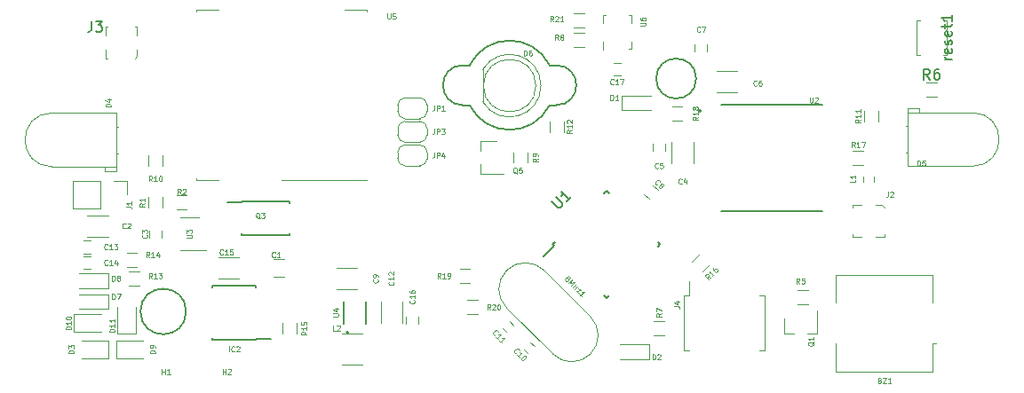
<source format=gto>
G04 #@! TF.GenerationSoftware,KiCad,Pcbnew,(5.0.1-3-g963ef8bb5)*
G04 #@! TF.CreationDate,2020-05-04T17:29:04+02:00*
G04 #@! TF.ProjectId,trackix,747261636B69782E6B696361645F7063,rev?*
G04 #@! TF.SameCoordinates,Original*
G04 #@! TF.FileFunction,Legend,Top*
G04 #@! TF.FilePolarity,Positive*
%FSLAX46Y46*%
G04 Gerber Fmt 4.6, Leading zero omitted, Abs format (unit mm)*
G04 Created by KiCad (PCBNEW (5.0.1-3-g963ef8bb5)) date 2020 May 04, Monday 17:29:04*
%MOMM*%
%LPD*%
G01*
G04 APERTURE LIST*
%ADD10C,0.200000*%
%ADD11C,0.150000*%
%ADD12C,0.120000*%
%ADD13C,0.100000*%
%ADD14C,0.127000*%
%ADD15C,0.125000*%
G04 APERTURE END LIST*
D10*
X73425575Y-64650000D02*
G75*
G03X73425575Y-64650000I-2175575J0D01*
G01*
X108077000Y-44958000D02*
X108712000Y-44958000D01*
X108077000Y-41148000D02*
X108712000Y-41148000D01*
X99822000Y-41148000D02*
X100457000Y-41148000D01*
X99822000Y-44958000D02*
X100457000Y-44958000D01*
X122047000Y-42418000D02*
G75*
G03X122047000Y-42418000I-1905000J0D01*
G01*
X108076998Y-44958000D02*
G75*
G02X100457001Y-44957999I-3809998J1905000D01*
G01*
X100457002Y-41148000D02*
G75*
G02X108076999Y-41148001I3809998J-1905000D01*
G01*
X108712000Y-41148000D02*
G75*
G02X108712000Y-44958000I0J-1905000D01*
G01*
X99822000Y-44958000D02*
G75*
G02X99822000Y-41148000I0J1905000D01*
G01*
D11*
G04 #@! TO.C,U1*
X108532575Y-58409099D02*
X107524948Y-59416726D01*
X113500000Y-53123476D02*
X113270190Y-53353286D01*
X118626524Y-58250000D02*
X118396714Y-58479810D01*
X113500000Y-63376524D02*
X113729810Y-63146714D01*
X108373476Y-58250000D02*
X108603286Y-58020190D01*
X113500000Y-63376524D02*
X113270190Y-63146714D01*
X118626524Y-58250000D02*
X118396714Y-58020190D01*
X113500000Y-53123476D02*
X113729810Y-53353286D01*
X108373476Y-58250000D02*
X108532575Y-58409099D01*
D12*
G04 #@! TO.C,D4*
X66920000Y-49540000D02*
X66920000Y-49540000D01*
X66790000Y-49540000D02*
X66920000Y-49540000D01*
X66790000Y-49540000D02*
X66790000Y-49540000D01*
X66920000Y-49540000D02*
X66790000Y-49540000D01*
X66920000Y-47000000D02*
X66920000Y-47000000D01*
X66790000Y-47000000D02*
X66920000Y-47000000D01*
X66790000Y-47000000D02*
X66790000Y-47000000D01*
X66920000Y-47000000D02*
X66790000Y-47000000D01*
X66790000Y-50830000D02*
X66790000Y-51230000D01*
X65670000Y-50830000D02*
X66790000Y-50830000D01*
X65670000Y-51230000D02*
X65670000Y-50830000D01*
X66790000Y-51230000D02*
X65670000Y-51230000D01*
X66790000Y-45710000D02*
X66790000Y-50830000D01*
X66790000Y-50830000D02*
X60630000Y-50830000D01*
X66790000Y-45710000D02*
X60630000Y-45710000D01*
X60630000Y-50830000D02*
G75*
G02X60630000Y-45710000I0J2560000D01*
G01*
G04 #@! TO.C,D5*
X148370000Y-45670000D02*
G75*
G02X148370000Y-50790000I0J-2560000D01*
G01*
X142210000Y-50790000D02*
X148370000Y-50790000D01*
X142210000Y-45670000D02*
X148370000Y-45670000D01*
X142210000Y-50790000D02*
X142210000Y-45670000D01*
X142210000Y-45270000D02*
X143330000Y-45270000D01*
X143330000Y-45270000D02*
X143330000Y-45670000D01*
X143330000Y-45670000D02*
X142210000Y-45670000D01*
X142210000Y-45670000D02*
X142210000Y-45270000D01*
X142080000Y-49500000D02*
X142210000Y-49500000D01*
X142210000Y-49500000D02*
X142210000Y-49500000D01*
X142210000Y-49500000D02*
X142080000Y-49500000D01*
X142080000Y-49500000D02*
X142080000Y-49500000D01*
X142080000Y-46960000D02*
X142210000Y-46960000D01*
X142210000Y-46960000D02*
X142210000Y-46960000D01*
X142210000Y-46960000D02*
X142080000Y-46960000D01*
X142080000Y-46960000D02*
X142080000Y-46960000D01*
G04 #@! TO.C,D6*
X101710000Y-41551001D02*
X101710000Y-44641001D01*
X106770000Y-43096001D02*
G75*
G03X106770000Y-43096001I-2500000J0D01*
G01*
X107260000Y-43095539D02*
G75*
G02X101710000Y-44640831I-2990000J-462D01*
G01*
X107260000Y-43096463D02*
G75*
G03X101710000Y-41551171I-2990000J462D01*
G01*
G04 #@! TO.C,J3*
X68750000Y-39700000D02*
X68750000Y-40300000D01*
X68750000Y-40300000D02*
X68550000Y-40500000D01*
X68550000Y-37500000D02*
X68750000Y-37500000D01*
X68750000Y-37500000D02*
X68750000Y-38300000D01*
X65750000Y-38300000D02*
X65750000Y-37500000D01*
X65750000Y-37500000D02*
X65950000Y-37500000D01*
X65950000Y-40500000D02*
X65750000Y-40500000D01*
X65750000Y-40500000D02*
X65750000Y-39700000D01*
D13*
G04 #@! TO.C,U5*
X74380000Y-52120000D02*
X74380000Y-51950000D01*
X76500000Y-52120000D02*
X74380000Y-52120000D01*
X90620000Y-35880000D02*
X90620000Y-36050000D01*
X90620000Y-35880000D02*
X88500000Y-35880000D01*
X74380000Y-35880000D02*
X74380000Y-36050000D01*
X76500000Y-35880000D02*
X74380000Y-35880000D01*
X90620000Y-52120000D02*
X82500000Y-52120000D01*
D12*
G04 #@! TO.C,BZ1*
X144610000Y-67710000D02*
X144610000Y-70360000D01*
X144610000Y-70360000D02*
X135390000Y-70360000D01*
X135390000Y-70360000D02*
X135390000Y-67710000D01*
X135390000Y-63790000D02*
X135390000Y-61140000D01*
X135390000Y-61140000D02*
X144610000Y-61140000D01*
X144610000Y-61140000D02*
X144610000Y-63790000D01*
X144610000Y-67710000D02*
X144940000Y-67710000D01*
G04 #@! TO.C,C1*
X81750000Y-61350000D02*
X82750000Y-61350000D01*
X82750000Y-59650000D02*
X81750000Y-59650000D01*
G04 #@! TO.C,C2*
X64000000Y-57520000D02*
X66000000Y-57520000D01*
X66000000Y-55480000D02*
X64000000Y-55480000D01*
G04 #@! TO.C,C3*
X69900000Y-57600000D02*
X69900000Y-56900000D01*
X71100000Y-56900000D02*
X71100000Y-57600000D01*
G04 #@! TO.C,C4*
X119730000Y-48500000D02*
X119730000Y-50500000D01*
X121770000Y-50500000D02*
X121770000Y-48500000D01*
G04 #@! TO.C,C5*
X117900000Y-49350000D02*
X117900000Y-48650000D01*
X119100000Y-48650000D02*
X119100000Y-49350000D01*
G04 #@! TO.C,C6*
X124000000Y-43770000D02*
X126000000Y-43770000D01*
X126000000Y-41730000D02*
X124000000Y-41730000D01*
G04 #@! TO.C,C7*
X123100000Y-39150000D02*
X123100000Y-39850000D01*
X121900000Y-39850000D02*
X121900000Y-39150000D01*
G04 #@! TO.C,C8*
X117926777Y-52578249D02*
X118421751Y-53073223D01*
X117573223Y-53921751D02*
X117078249Y-53426777D01*
G04 #@! TO.C,C9*
X89750000Y-60480000D02*
X87750000Y-60480000D01*
X87750000Y-62520000D02*
X89750000Y-62520000D01*
G04 #@! TO.C,C10*
X105601974Y-68266654D02*
X105955528Y-68620208D01*
X106620208Y-67955528D02*
X106266654Y-67601974D01*
G04 #@! TO.C,C11*
X103601974Y-66266654D02*
X103955528Y-66620208D01*
X104620208Y-65955528D02*
X104266654Y-65601974D01*
G04 #@! TO.C,C12*
X91980000Y-63750000D02*
X91980000Y-65750000D01*
X94020000Y-65750000D02*
X94020000Y-63750000D01*
G04 #@! TO.C,C13*
X63650000Y-57900000D02*
X64350000Y-57900000D01*
X64350000Y-59100000D02*
X63650000Y-59100000D01*
G04 #@! TO.C,C14*
X64350000Y-60600000D02*
X63650000Y-60600000D01*
X63650000Y-59400000D02*
X64350000Y-59400000D01*
G04 #@! TO.C,C15*
X76500000Y-61520000D02*
X78500000Y-61520000D01*
X78500000Y-59480000D02*
X76500000Y-59480000D01*
G04 #@! TO.C,C16*
X95600000Y-65150000D02*
X95600000Y-65850000D01*
X94400000Y-65850000D02*
X94400000Y-65150000D01*
G04 #@! TO.C,C17*
X114150000Y-40900000D02*
X114850000Y-40900000D01*
X114850000Y-42100000D02*
X114150000Y-42100000D01*
G04 #@! TO.C,D1*
X114950000Y-44050000D02*
X114950000Y-45450000D01*
X114950000Y-45450000D02*
X117750000Y-45450000D01*
X114950000Y-44050000D02*
X117750000Y-44050000D01*
G04 #@! TO.C,D2*
X117550000Y-69200000D02*
X114750000Y-69200000D01*
X117550000Y-67800000D02*
X114750000Y-67800000D01*
X117550000Y-69200000D02*
X117550000Y-67800000D01*
G04 #@! TO.C,D3*
X66000000Y-69100000D02*
X63450000Y-69100000D01*
X66000000Y-67400000D02*
X63450000Y-67400000D01*
X66000000Y-69100000D02*
X66000000Y-67400000D01*
G04 #@! TO.C,D7*
X66026464Y-64427980D02*
X66026464Y-63027980D01*
X66026464Y-63027980D02*
X63226464Y-63027980D01*
X66026464Y-64427980D02*
X63226464Y-64427980D01*
G04 #@! TO.C,D8*
X66026464Y-62427980D02*
X63226464Y-62427980D01*
X66026464Y-61027980D02*
X63226464Y-61027980D01*
X66026464Y-62427980D02*
X66026464Y-61027980D01*
G04 #@! TO.C,D9*
X66750000Y-67400000D02*
X66750000Y-69100000D01*
X66750000Y-69100000D02*
X69300000Y-69100000D01*
X66750000Y-67400000D02*
X69300000Y-67400000D01*
G04 #@! TO.C,D10*
X62750000Y-64900000D02*
X65300000Y-64900000D01*
X62750000Y-66600000D02*
X65300000Y-66600000D01*
X62750000Y-64900000D02*
X62750000Y-66600000D01*
G04 #@! TO.C,D11*
X66900000Y-66775000D02*
X68600000Y-66775000D01*
X68600000Y-66775000D02*
X68600000Y-64225000D01*
X66900000Y-66775000D02*
X66900000Y-64225000D01*
D11*
G04 #@! TO.C,IC2*
X80075000Y-67275000D02*
X81475000Y-67275000D01*
X80075000Y-62175000D02*
X75925000Y-62175000D01*
X80075000Y-67325000D02*
X75925000Y-67325000D01*
X80075000Y-62175000D02*
X80075000Y-62320000D01*
X75925000Y-62175000D02*
X75925000Y-62320000D01*
X75925000Y-67325000D02*
X75925000Y-67180000D01*
X80075000Y-67325000D02*
X80075000Y-67275000D01*
D12*
G04 #@! TO.C,J2*
X140000000Y-57500000D02*
X139200000Y-57500000D01*
X140000000Y-57300000D02*
X140000000Y-57500000D01*
X137000000Y-57500000D02*
X137000000Y-57300000D01*
X137800000Y-57500000D02*
X137000000Y-57500000D01*
X137000000Y-54500000D02*
X137800000Y-54500000D01*
X137000000Y-54700000D02*
X137000000Y-54500000D01*
X139800000Y-54500000D02*
X140000000Y-54700000D01*
X139200000Y-54500000D02*
X139800000Y-54500000D01*
G04 #@! TO.C,J4*
X121410000Y-61730000D02*
X121410000Y-63150000D01*
X128620000Y-63150000D02*
X128090000Y-63150000D01*
X128620000Y-68350000D02*
X128620000Y-63150000D01*
X128090000Y-68350000D02*
X128620000Y-68350000D01*
X120880000Y-63150000D02*
X121410000Y-63150000D01*
X120880000Y-68350000D02*
X120880000Y-63150000D01*
X121410000Y-68350000D02*
X120880000Y-68350000D01*
G04 #@! TO.C,L1*
X137970000Y-51750000D02*
X137970000Y-52250000D01*
X139030000Y-52250000D02*
X139030000Y-51750000D01*
G04 #@! TO.C,L2*
X88250000Y-66770000D02*
X90250000Y-66770000D01*
X90250000Y-69730000D02*
X88250000Y-69730000D01*
G04 #@! TO.C,Q1*
X130420000Y-66760000D02*
X131350000Y-66760000D01*
X133580000Y-66760000D02*
X132650000Y-66760000D01*
X133580000Y-66760000D02*
X133580000Y-64600000D01*
X130420000Y-66760000D02*
X130420000Y-65300000D01*
D11*
G04 #@! TO.C,Q3*
X78675000Y-54225000D02*
X77325000Y-54225000D01*
X78675000Y-57375000D02*
X83325000Y-57375000D01*
X78675000Y-54125000D02*
X83325000Y-54125000D01*
X78675000Y-57375000D02*
X78675000Y-57175000D01*
X83325000Y-57375000D02*
X83325000Y-57175000D01*
X83325000Y-54125000D02*
X83325000Y-54325000D01*
X78675000Y-54125000D02*
X78675000Y-54225000D01*
D12*
G04 #@! TO.C,Q5*
X101529926Y-48375010D02*
X102989926Y-48375010D01*
X101529926Y-51535010D02*
X103689926Y-51535010D01*
X101529926Y-51535010D02*
X101529926Y-50605010D01*
X101529926Y-48375010D02*
X101529926Y-49305010D01*
G04 #@! TO.C,R1*
X71180000Y-53750000D02*
X71180000Y-54750000D01*
X69820000Y-54750000D02*
X69820000Y-53750000D01*
G04 #@! TO.C,R2*
X72500000Y-53570000D02*
X73500000Y-53570000D01*
X73500000Y-54930000D02*
X72500000Y-54930000D01*
G04 #@! TO.C,R5*
X131750000Y-62570000D02*
X132750000Y-62570000D01*
X132750000Y-63930000D02*
X131750000Y-63930000D01*
G04 #@! TO.C,R6*
X144000000Y-42820000D02*
X145000000Y-42820000D01*
X145000000Y-44180000D02*
X144000000Y-44180000D01*
G04 #@! TO.C,R7*
X119000000Y-66930000D02*
X118000000Y-66930000D01*
X118000000Y-65570000D02*
X119000000Y-65570000D01*
G04 #@! TO.C,R8*
X110380182Y-38054873D02*
X111380182Y-38054873D01*
X111380182Y-39414873D02*
X110380182Y-39414873D01*
G04 #@! TO.C,R9*
X105969926Y-49455010D02*
X105969926Y-50455010D01*
X104609926Y-50455010D02*
X104609926Y-49455010D01*
G04 #@! TO.C,R10*
X71180000Y-49750000D02*
X71180000Y-50750000D01*
X69820000Y-50750000D02*
X69820000Y-49750000D01*
G04 #@! TO.C,R11*
X139430000Y-45500000D02*
X139430000Y-46500000D01*
X138070000Y-46500000D02*
X138070000Y-45500000D01*
G04 #@! TO.C,R12*
X109430000Y-46500000D02*
X109430000Y-47500000D01*
X108070000Y-47500000D02*
X108070000Y-46500000D01*
G04 #@! TO.C,R13*
X69000000Y-62180000D02*
X68000000Y-62180000D01*
X68000000Y-60820000D02*
X69000000Y-60820000D01*
G04 #@! TO.C,R14*
X68750000Y-60430000D02*
X67750000Y-60430000D01*
X67750000Y-59070000D02*
X68750000Y-59070000D01*
G04 #@! TO.C,R15*
X83930000Y-65750000D02*
X83930000Y-66750000D01*
X82570000Y-66750000D02*
X82570000Y-65750000D01*
G04 #@! TO.C,R16*
X123334386Y-60127279D02*
X122627279Y-60834386D01*
X121665614Y-59872721D02*
X122372721Y-59165614D01*
G04 #@! TO.C,R17*
X138000000Y-50680000D02*
X137000000Y-50680000D01*
X137000000Y-49320000D02*
X138000000Y-49320000D01*
G04 #@! TO.C,R18*
X120750000Y-46430000D02*
X119750000Y-46430000D01*
X119750000Y-45070000D02*
X120750000Y-45070000D01*
G04 #@! TO.C,R19*
X99500000Y-60570000D02*
X100500000Y-60570000D01*
X100500000Y-61930000D02*
X99500000Y-61930000D01*
G04 #@! TO.C,R20*
X100250000Y-63570000D02*
X101250000Y-63570000D01*
X101250000Y-64930000D02*
X100250000Y-64930000D01*
G04 #@! TO.C,R21*
X111380182Y-37563606D02*
X110380182Y-37563606D01*
X110380182Y-36203606D02*
X111380182Y-36203606D01*
G04 #@! TO.C,reset1*
X145900000Y-40150000D02*
X145600000Y-40150000D01*
X145900000Y-36850000D02*
X145900000Y-40150000D01*
X145600000Y-36850000D02*
X145900000Y-36850000D01*
X143100000Y-40150000D02*
X143400000Y-40150000D01*
X143100000Y-36850000D02*
X143100000Y-40150000D01*
X143400000Y-36850000D02*
X143100000Y-36850000D01*
D10*
G04 #@! TO.C,U2*
X122500000Y-45500000D02*
G75*
G03X122500000Y-45500000I-100000J0D01*
G01*
D14*
X134100000Y-44936500D02*
X124400000Y-44936500D01*
X124400000Y-55063500D02*
X134100000Y-55063500D01*
D12*
G04 #@! TO.C,U3*
X72870000Y-58760000D02*
X75300000Y-58760000D01*
X74630000Y-55690000D02*
X72870000Y-55690000D01*
D14*
G04 #@! TO.C,U4*
X88450000Y-65800000D02*
X88450000Y-63700000D01*
X90550000Y-63700000D02*
X90550000Y-65800000D01*
D10*
X88900000Y-66650000D02*
G75*
G03X88900000Y-66650000I-100000J0D01*
G01*
D13*
G04 #@! TO.C,U6*
X113165302Y-36384873D02*
X113385302Y-36384873D01*
X113165302Y-37104873D02*
X113165302Y-36384873D01*
X115865302Y-36384873D02*
X115865302Y-37104873D01*
X115645302Y-36384873D02*
X115865302Y-36384873D01*
X115865302Y-39584873D02*
X115645302Y-39584873D01*
X115865302Y-39584873D02*
X115865302Y-38864873D01*
X113165302Y-39684873D02*
X113165302Y-38864873D01*
D12*
G04 #@! TO.C,J1*
X67830000Y-52170000D02*
X67830000Y-53500000D01*
X66500000Y-52170000D02*
X67830000Y-52170000D01*
X65230000Y-52170000D02*
X65230000Y-54830000D01*
X65230000Y-54830000D02*
X62630000Y-54830000D01*
X65230000Y-52170000D02*
X62630000Y-52170000D01*
X62630000Y-52170000D02*
X62630000Y-54830000D01*
G04 #@! TO.C,JP1*
X94300000Y-44250000D02*
X95700000Y-44250000D01*
X96400000Y-44950000D02*
X96400000Y-45550000D01*
X95700000Y-46250000D02*
X94300000Y-46250000D01*
X93600000Y-45550000D02*
X93600000Y-44950000D01*
X93600000Y-44950000D02*
G75*
G02X94300000Y-44250000I700000J0D01*
G01*
X94300000Y-46250000D02*
G75*
G02X93600000Y-45550000I0J700000D01*
G01*
X96400000Y-45550000D02*
G75*
G02X95700000Y-46250000I-700000J0D01*
G01*
X95700000Y-44250000D02*
G75*
G02X96400000Y-44950000I0J-700000D01*
G01*
G04 #@! TO.C,JP3*
X94300000Y-48500000D02*
G75*
G02X93600000Y-47800000I0J700000D01*
G01*
X93600000Y-47200000D02*
G75*
G02X94300000Y-46500000I700000J0D01*
G01*
X95700000Y-46500000D02*
G75*
G02X96400000Y-47200000I0J-700000D01*
G01*
X96400000Y-47800000D02*
G75*
G02X95700000Y-48500000I-700000J0D01*
G01*
X96400000Y-47200000D02*
X96400000Y-47800000D01*
X94300000Y-46500000D02*
X95700000Y-46500000D01*
X93600000Y-47800000D02*
X93600000Y-47200000D01*
X95700000Y-48500000D02*
X94300000Y-48500000D01*
G04 #@! TO.C,JP4*
X95700000Y-50750000D02*
X94300000Y-50750000D01*
X93600000Y-50050000D02*
X93600000Y-49450000D01*
X94300000Y-48750000D02*
X95700000Y-48750000D01*
X96400000Y-49450000D02*
X96400000Y-50050000D01*
X96400000Y-50050000D02*
G75*
G02X95700000Y-50750000I-700000J0D01*
G01*
X95700000Y-48750000D02*
G75*
G02X96400000Y-49450000I0J-700000D01*
G01*
X93600000Y-49450000D02*
G75*
G02X94300000Y-48750000I700000J0D01*
G01*
X94300000Y-50750000D02*
G75*
G02X93600000Y-50050000I0J700000D01*
G01*
G04 #@! TO.C,8MHz1*
X108399604Y-68720493D02*
G75*
G03X111970494Y-65149605I1785445J1785444D01*
G01*
X103980188Y-64301077D02*
G75*
G02X107551076Y-60730187I1785444J1785445D01*
G01*
X103980187Y-64301076D02*
X108399605Y-68720494D01*
X107551076Y-60730187D02*
X111970494Y-65149605D01*
G04 #@! TO.C,U1*
D11*
X108296030Y-54123526D02*
X108868450Y-54695946D01*
X108969465Y-54729618D01*
X109036809Y-54729618D01*
X109137824Y-54695946D01*
X109272511Y-54561259D01*
X109306183Y-54460244D01*
X109306183Y-54392900D01*
X109272511Y-54291885D01*
X108700091Y-53719465D01*
X110114305Y-53719465D02*
X109710244Y-54123526D01*
X109912274Y-53921496D02*
X109205168Y-53214389D01*
X109238839Y-53382748D01*
X109238839Y-53517435D01*
X109205168Y-53618450D01*
G04 #@! TO.C,D4*
D15*
X66226190Y-45119047D02*
X65726190Y-45119047D01*
X65726190Y-45000000D01*
X65750000Y-44928571D01*
X65797619Y-44880952D01*
X65845238Y-44857142D01*
X65940476Y-44833333D01*
X66011904Y-44833333D01*
X66107142Y-44857142D01*
X66154761Y-44880952D01*
X66202380Y-44928571D01*
X66226190Y-45000000D01*
X66226190Y-45119047D01*
X65892857Y-44404761D02*
X66226190Y-44404761D01*
X65702380Y-44523809D02*
X66059523Y-44642857D01*
X66059523Y-44333333D01*
G04 #@! TO.C,D5*
X143130952Y-50726190D02*
X143130952Y-50226190D01*
X143250000Y-50226190D01*
X143321428Y-50250000D01*
X143369047Y-50297619D01*
X143392857Y-50345238D01*
X143416666Y-50440476D01*
X143416666Y-50511904D01*
X143392857Y-50607142D01*
X143369047Y-50654761D01*
X143321428Y-50702380D01*
X143250000Y-50726190D01*
X143130952Y-50726190D01*
X143869047Y-50226190D02*
X143630952Y-50226190D01*
X143607142Y-50464285D01*
X143630952Y-50440476D01*
X143678571Y-50416666D01*
X143797619Y-50416666D01*
X143845238Y-50440476D01*
X143869047Y-50464285D01*
X143892857Y-50511904D01*
X143892857Y-50630952D01*
X143869047Y-50678571D01*
X143845238Y-50702380D01*
X143797619Y-50726190D01*
X143678571Y-50726190D01*
X143630952Y-50702380D01*
X143607142Y-50678571D01*
G04 #@! TO.C,D6*
X105630952Y-40226190D02*
X105630952Y-39726190D01*
X105750000Y-39726190D01*
X105821428Y-39750000D01*
X105869047Y-39797619D01*
X105892857Y-39845238D01*
X105916666Y-39940476D01*
X105916666Y-40011904D01*
X105892857Y-40107142D01*
X105869047Y-40154761D01*
X105821428Y-40202380D01*
X105750000Y-40226190D01*
X105630952Y-40226190D01*
X106345238Y-39726190D02*
X106250000Y-39726190D01*
X106202380Y-39750000D01*
X106178571Y-39773809D01*
X106130952Y-39845238D01*
X106107142Y-39940476D01*
X106107142Y-40130952D01*
X106130952Y-40178571D01*
X106154761Y-40202380D01*
X106202380Y-40226190D01*
X106297619Y-40226190D01*
X106345238Y-40202380D01*
X106369047Y-40178571D01*
X106392857Y-40130952D01*
X106392857Y-40011904D01*
X106369047Y-39964285D01*
X106345238Y-39940476D01*
X106297619Y-39916666D01*
X106202380Y-39916666D01*
X106154761Y-39940476D01*
X106130952Y-39964285D01*
X106107142Y-40011904D01*
G04 #@! TO.C,J3*
D11*
X64416666Y-36952380D02*
X64416666Y-37666666D01*
X64369047Y-37809523D01*
X64273809Y-37904761D01*
X64130952Y-37952380D01*
X64035714Y-37952380D01*
X64797619Y-36952380D02*
X65416666Y-36952380D01*
X65083333Y-37333333D01*
X65226190Y-37333333D01*
X65321428Y-37380952D01*
X65369047Y-37428571D01*
X65416666Y-37523809D01*
X65416666Y-37761904D01*
X65369047Y-37857142D01*
X65321428Y-37904761D01*
X65226190Y-37952380D01*
X64940476Y-37952380D01*
X64845238Y-37904761D01*
X64797619Y-37857142D01*
G04 #@! TO.C,U5*
D15*
X92619047Y-36226190D02*
X92619047Y-36630952D01*
X92642857Y-36678571D01*
X92666666Y-36702380D01*
X92714285Y-36726190D01*
X92809523Y-36726190D01*
X92857142Y-36702380D01*
X92880952Y-36678571D01*
X92904761Y-36630952D01*
X92904761Y-36226190D01*
X93380952Y-36226190D02*
X93142857Y-36226190D01*
X93119047Y-36464285D01*
X93142857Y-36440476D01*
X93190476Y-36416666D01*
X93309523Y-36416666D01*
X93357142Y-36440476D01*
X93380952Y-36464285D01*
X93404761Y-36511904D01*
X93404761Y-36630952D01*
X93380952Y-36678571D01*
X93357142Y-36702380D01*
X93309523Y-36726190D01*
X93190476Y-36726190D01*
X93142857Y-36702380D01*
X93119047Y-36678571D01*
G04 #@! TO.C,H1*
X71119047Y-70626190D02*
X71119047Y-70126190D01*
X71119047Y-70364285D02*
X71404761Y-70364285D01*
X71404761Y-70626190D02*
X71404761Y-70126190D01*
X71904761Y-70626190D02*
X71619047Y-70626190D01*
X71761904Y-70626190D02*
X71761904Y-70126190D01*
X71714285Y-70197619D01*
X71666666Y-70245238D01*
X71619047Y-70269047D01*
G04 #@! TO.C,H2*
X76919047Y-70626190D02*
X76919047Y-70126190D01*
X76919047Y-70364285D02*
X77204761Y-70364285D01*
X77204761Y-70626190D02*
X77204761Y-70126190D01*
X77419047Y-70173809D02*
X77442857Y-70150000D01*
X77490476Y-70126190D01*
X77609523Y-70126190D01*
X77657142Y-70150000D01*
X77680952Y-70173809D01*
X77704761Y-70221428D01*
X77704761Y-70269047D01*
X77680952Y-70340476D01*
X77395238Y-70626190D01*
X77704761Y-70626190D01*
G04 #@! TO.C,BZ1*
X139559523Y-71214285D02*
X139630952Y-71238095D01*
X139654761Y-71261904D01*
X139678571Y-71309523D01*
X139678571Y-71380952D01*
X139654761Y-71428571D01*
X139630952Y-71452380D01*
X139583333Y-71476190D01*
X139392857Y-71476190D01*
X139392857Y-70976190D01*
X139559523Y-70976190D01*
X139607142Y-71000000D01*
X139630952Y-71023809D01*
X139654761Y-71071428D01*
X139654761Y-71119047D01*
X139630952Y-71166666D01*
X139607142Y-71190476D01*
X139559523Y-71214285D01*
X139392857Y-71214285D01*
X139845238Y-70976190D02*
X140178571Y-70976190D01*
X139845238Y-71476190D01*
X140178571Y-71476190D01*
X140630952Y-71476190D02*
X140345238Y-71476190D01*
X140488095Y-71476190D02*
X140488095Y-70976190D01*
X140440476Y-71047619D01*
X140392857Y-71095238D01*
X140345238Y-71119047D01*
G04 #@! TO.C,C1*
X81916666Y-59428571D02*
X81892857Y-59452380D01*
X81821428Y-59476190D01*
X81773809Y-59476190D01*
X81702380Y-59452380D01*
X81654761Y-59404761D01*
X81630952Y-59357142D01*
X81607142Y-59261904D01*
X81607142Y-59190476D01*
X81630952Y-59095238D01*
X81654761Y-59047619D01*
X81702380Y-59000000D01*
X81773809Y-58976190D01*
X81821428Y-58976190D01*
X81892857Y-59000000D01*
X81916666Y-59023809D01*
X82392857Y-59476190D02*
X82107142Y-59476190D01*
X82250000Y-59476190D02*
X82250000Y-58976190D01*
X82202380Y-59047619D01*
X82154761Y-59095238D01*
X82107142Y-59119047D01*
G04 #@! TO.C,C2*
X67666666Y-56678571D02*
X67642857Y-56702380D01*
X67571428Y-56726190D01*
X67523809Y-56726190D01*
X67452380Y-56702380D01*
X67404761Y-56654761D01*
X67380952Y-56607142D01*
X67357142Y-56511904D01*
X67357142Y-56440476D01*
X67380952Y-56345238D01*
X67404761Y-56297619D01*
X67452380Y-56250000D01*
X67523809Y-56226190D01*
X67571428Y-56226190D01*
X67642857Y-56250000D01*
X67666666Y-56273809D01*
X67857142Y-56273809D02*
X67880952Y-56250000D01*
X67928571Y-56226190D01*
X68047619Y-56226190D01*
X68095238Y-56250000D01*
X68119047Y-56273809D01*
X68142857Y-56321428D01*
X68142857Y-56369047D01*
X68119047Y-56440476D01*
X67833333Y-56726190D01*
X68142857Y-56726190D01*
G04 #@! TO.C,C3*
X69678571Y-57333333D02*
X69702380Y-57357142D01*
X69726190Y-57428571D01*
X69726190Y-57476190D01*
X69702380Y-57547619D01*
X69654761Y-57595238D01*
X69607142Y-57619047D01*
X69511904Y-57642857D01*
X69440476Y-57642857D01*
X69345238Y-57619047D01*
X69297619Y-57595238D01*
X69250000Y-57547619D01*
X69226190Y-57476190D01*
X69226190Y-57428571D01*
X69250000Y-57357142D01*
X69273809Y-57333333D01*
X69226190Y-57166666D02*
X69226190Y-56857142D01*
X69416666Y-57023809D01*
X69416666Y-56952380D01*
X69440476Y-56904761D01*
X69464285Y-56880952D01*
X69511904Y-56857142D01*
X69630952Y-56857142D01*
X69678571Y-56880952D01*
X69702380Y-56904761D01*
X69726190Y-56952380D01*
X69726190Y-57095238D01*
X69702380Y-57142857D01*
X69678571Y-57166666D01*
G04 #@! TO.C,C4*
X120666666Y-52428571D02*
X120642857Y-52452380D01*
X120571428Y-52476190D01*
X120523809Y-52476190D01*
X120452380Y-52452380D01*
X120404761Y-52404761D01*
X120380952Y-52357142D01*
X120357142Y-52261904D01*
X120357142Y-52190476D01*
X120380952Y-52095238D01*
X120404761Y-52047619D01*
X120452380Y-52000000D01*
X120523809Y-51976190D01*
X120571428Y-51976190D01*
X120642857Y-52000000D01*
X120666666Y-52023809D01*
X121095238Y-52142857D02*
X121095238Y-52476190D01*
X120976190Y-51952380D02*
X120857142Y-52309523D01*
X121166666Y-52309523D01*
G04 #@! TO.C,C5*
X118416666Y-50928571D02*
X118392857Y-50952380D01*
X118321428Y-50976190D01*
X118273809Y-50976190D01*
X118202380Y-50952380D01*
X118154761Y-50904761D01*
X118130952Y-50857142D01*
X118107142Y-50761904D01*
X118107142Y-50690476D01*
X118130952Y-50595238D01*
X118154761Y-50547619D01*
X118202380Y-50500000D01*
X118273809Y-50476190D01*
X118321428Y-50476190D01*
X118392857Y-50500000D01*
X118416666Y-50523809D01*
X118869047Y-50476190D02*
X118630952Y-50476190D01*
X118607142Y-50714285D01*
X118630952Y-50690476D01*
X118678571Y-50666666D01*
X118797619Y-50666666D01*
X118845238Y-50690476D01*
X118869047Y-50714285D01*
X118892857Y-50761904D01*
X118892857Y-50880952D01*
X118869047Y-50928571D01*
X118845238Y-50952380D01*
X118797619Y-50976190D01*
X118678571Y-50976190D01*
X118630952Y-50952380D01*
X118607142Y-50928571D01*
G04 #@! TO.C,C6*
X127821665Y-43048570D02*
X127797856Y-43072379D01*
X127726427Y-43096189D01*
X127678808Y-43096189D01*
X127607379Y-43072379D01*
X127559760Y-43024760D01*
X127535951Y-42977141D01*
X127512141Y-42881903D01*
X127512141Y-42810475D01*
X127535951Y-42715237D01*
X127559760Y-42667618D01*
X127607379Y-42619999D01*
X127678808Y-42596189D01*
X127726427Y-42596189D01*
X127797856Y-42619999D01*
X127821665Y-42643808D01*
X128250237Y-42596189D02*
X128154999Y-42596189D01*
X128107379Y-42619999D01*
X128083570Y-42643808D01*
X128035951Y-42715237D01*
X128012141Y-42810475D01*
X128012141Y-43000951D01*
X128035951Y-43048570D01*
X128059760Y-43072379D01*
X128107379Y-43096189D01*
X128202618Y-43096189D01*
X128250237Y-43072379D01*
X128274046Y-43048570D01*
X128297856Y-43000951D01*
X128297856Y-42881903D01*
X128274046Y-42834284D01*
X128250237Y-42810475D01*
X128202618Y-42786665D01*
X128107379Y-42786665D01*
X128059760Y-42810475D01*
X128035951Y-42834284D01*
X128012141Y-42881903D01*
G04 #@! TO.C,C7*
X122416666Y-37928571D02*
X122392857Y-37952380D01*
X122321428Y-37976190D01*
X122273809Y-37976190D01*
X122202380Y-37952380D01*
X122154761Y-37904761D01*
X122130952Y-37857142D01*
X122107142Y-37761904D01*
X122107142Y-37690476D01*
X122130952Y-37595238D01*
X122154761Y-37547619D01*
X122202380Y-37500000D01*
X122273809Y-37476190D01*
X122321428Y-37476190D01*
X122392857Y-37500000D01*
X122416666Y-37523809D01*
X122583333Y-37476190D02*
X122916666Y-37476190D01*
X122702380Y-37976190D01*
G04 #@! TO.C,C8*
X118314805Y-52567343D02*
X118281133Y-52567343D01*
X118213790Y-52533671D01*
X118180118Y-52500000D01*
X118146446Y-52432656D01*
X118146446Y-52365312D01*
X118163282Y-52314805D01*
X118213790Y-52230625D01*
X118264297Y-52180118D01*
X118348477Y-52129610D01*
X118398984Y-52112774D01*
X118466328Y-52112774D01*
X118533671Y-52146446D01*
X118567343Y-52180118D01*
X118601015Y-52247461D01*
X118601015Y-52281133D01*
X118685194Y-52601015D02*
X118668358Y-52550507D01*
X118668358Y-52516835D01*
X118685194Y-52466328D01*
X118702030Y-52449492D01*
X118752538Y-52432656D01*
X118786209Y-52432656D01*
X118836717Y-52449492D01*
X118904061Y-52516835D01*
X118920896Y-52567343D01*
X118920896Y-52601015D01*
X118904061Y-52651522D01*
X118887225Y-52668358D01*
X118836717Y-52685194D01*
X118803045Y-52685194D01*
X118752538Y-52668358D01*
X118685194Y-52601015D01*
X118634687Y-52584179D01*
X118601015Y-52584179D01*
X118550507Y-52601015D01*
X118483164Y-52668358D01*
X118466328Y-52718866D01*
X118466328Y-52752538D01*
X118483164Y-52803045D01*
X118550507Y-52870389D01*
X118601015Y-52887225D01*
X118634687Y-52887225D01*
X118685194Y-52870389D01*
X118752538Y-52803045D01*
X118769374Y-52752538D01*
X118769374Y-52718866D01*
X118752538Y-52668358D01*
G04 #@! TO.C,C9*
X91678571Y-61583333D02*
X91702380Y-61607142D01*
X91726190Y-61678571D01*
X91726190Y-61726190D01*
X91702380Y-61797619D01*
X91654761Y-61845238D01*
X91607142Y-61869047D01*
X91511904Y-61892857D01*
X91440476Y-61892857D01*
X91345238Y-61869047D01*
X91297619Y-61845238D01*
X91250000Y-61797619D01*
X91226190Y-61726190D01*
X91226190Y-61678571D01*
X91250000Y-61607142D01*
X91273809Y-61583333D01*
X91726190Y-61345238D02*
X91726190Y-61250000D01*
X91702380Y-61202380D01*
X91678571Y-61178571D01*
X91607142Y-61130952D01*
X91511904Y-61107142D01*
X91321428Y-61107142D01*
X91273809Y-61130952D01*
X91250000Y-61154761D01*
X91226190Y-61202380D01*
X91226190Y-61297619D01*
X91250000Y-61345238D01*
X91273809Y-61369047D01*
X91321428Y-61392857D01*
X91440476Y-61392857D01*
X91488095Y-61369047D01*
X91511904Y-61345238D01*
X91535714Y-61297619D01*
X91535714Y-61202380D01*
X91511904Y-61154761D01*
X91488095Y-61130952D01*
X91440476Y-61107142D01*
G04 #@! TO.C,C10*
X104896446Y-68648984D02*
X104862774Y-68648984D01*
X104795431Y-68615312D01*
X104761759Y-68581641D01*
X104728087Y-68514297D01*
X104728087Y-68446954D01*
X104744923Y-68396446D01*
X104795431Y-68312267D01*
X104845938Y-68261759D01*
X104930118Y-68211251D01*
X104980625Y-68194416D01*
X105047969Y-68194416D01*
X105115312Y-68228087D01*
X105148984Y-68261759D01*
X105182656Y-68329103D01*
X105182656Y-68362774D01*
X105199492Y-69019374D02*
X104997461Y-68817343D01*
X105098477Y-68918358D02*
X105452030Y-68564805D01*
X105367851Y-68581641D01*
X105300507Y-68581641D01*
X105250000Y-68564805D01*
X105771912Y-68884687D02*
X105805583Y-68918358D01*
X105822419Y-68968866D01*
X105822419Y-69002538D01*
X105805583Y-69053045D01*
X105755076Y-69137225D01*
X105670896Y-69221404D01*
X105586717Y-69271912D01*
X105536209Y-69288748D01*
X105502538Y-69288748D01*
X105452030Y-69271912D01*
X105418358Y-69238240D01*
X105401522Y-69187732D01*
X105401522Y-69154061D01*
X105418358Y-69103553D01*
X105468866Y-69019374D01*
X105553045Y-68935194D01*
X105637225Y-68884687D01*
X105687732Y-68867851D01*
X105721404Y-68867851D01*
X105771912Y-68884687D01*
G04 #@! TO.C,C11*
X102859511Y-66908101D02*
X102825839Y-66908101D01*
X102758496Y-66874429D01*
X102724824Y-66840758D01*
X102691152Y-66773414D01*
X102691152Y-66706071D01*
X102707988Y-66655563D01*
X102758496Y-66571384D01*
X102809003Y-66520876D01*
X102893183Y-66470368D01*
X102943690Y-66453533D01*
X103011034Y-66453533D01*
X103078377Y-66487204D01*
X103112049Y-66520876D01*
X103145721Y-66588220D01*
X103145721Y-66621891D01*
X103162557Y-67278491D02*
X102960526Y-67076460D01*
X103061542Y-67177475D02*
X103415095Y-66823922D01*
X103330916Y-66840758D01*
X103263572Y-66840758D01*
X103213065Y-66823922D01*
X103499274Y-67615208D02*
X103297244Y-67413178D01*
X103398259Y-67514193D02*
X103751813Y-67160639D01*
X103667633Y-67177475D01*
X103600290Y-67177475D01*
X103549782Y-67160639D01*
G04 #@! TO.C,C12*
X93178571Y-61821428D02*
X93202380Y-61845238D01*
X93226190Y-61916666D01*
X93226190Y-61964285D01*
X93202380Y-62035714D01*
X93154761Y-62083333D01*
X93107142Y-62107142D01*
X93011904Y-62130952D01*
X92940476Y-62130952D01*
X92845238Y-62107142D01*
X92797619Y-62083333D01*
X92750000Y-62035714D01*
X92726190Y-61964285D01*
X92726190Y-61916666D01*
X92750000Y-61845238D01*
X92773809Y-61821428D01*
X93226190Y-61345238D02*
X93226190Y-61630952D01*
X93226190Y-61488095D02*
X92726190Y-61488095D01*
X92797619Y-61535714D01*
X92845238Y-61583333D01*
X92869047Y-61630952D01*
X92773809Y-61154761D02*
X92750000Y-61130952D01*
X92726190Y-61083333D01*
X92726190Y-60964285D01*
X92750000Y-60916666D01*
X92773809Y-60892857D01*
X92821428Y-60869047D01*
X92869047Y-60869047D01*
X92940476Y-60892857D01*
X93226190Y-61178571D01*
X93226190Y-60869047D01*
G04 #@! TO.C,C13*
X65928571Y-58678571D02*
X65904761Y-58702380D01*
X65833333Y-58726190D01*
X65785714Y-58726190D01*
X65714285Y-58702380D01*
X65666666Y-58654761D01*
X65642857Y-58607142D01*
X65619047Y-58511904D01*
X65619047Y-58440476D01*
X65642857Y-58345238D01*
X65666666Y-58297619D01*
X65714285Y-58250000D01*
X65785714Y-58226190D01*
X65833333Y-58226190D01*
X65904761Y-58250000D01*
X65928571Y-58273809D01*
X66404761Y-58726190D02*
X66119047Y-58726190D01*
X66261904Y-58726190D02*
X66261904Y-58226190D01*
X66214285Y-58297619D01*
X66166666Y-58345238D01*
X66119047Y-58369047D01*
X66571428Y-58226190D02*
X66880952Y-58226190D01*
X66714285Y-58416666D01*
X66785714Y-58416666D01*
X66833333Y-58440476D01*
X66857142Y-58464285D01*
X66880952Y-58511904D01*
X66880952Y-58630952D01*
X66857142Y-58678571D01*
X66833333Y-58702380D01*
X66785714Y-58726190D01*
X66642857Y-58726190D01*
X66595238Y-58702380D01*
X66571428Y-58678571D01*
G04 #@! TO.C,C14*
X65928571Y-60178571D02*
X65904761Y-60202380D01*
X65833333Y-60226190D01*
X65785714Y-60226190D01*
X65714285Y-60202380D01*
X65666666Y-60154761D01*
X65642857Y-60107142D01*
X65619047Y-60011904D01*
X65619047Y-59940476D01*
X65642857Y-59845238D01*
X65666666Y-59797619D01*
X65714285Y-59750000D01*
X65785714Y-59726190D01*
X65833333Y-59726190D01*
X65904761Y-59750000D01*
X65928571Y-59773809D01*
X66404761Y-60226190D02*
X66119047Y-60226190D01*
X66261904Y-60226190D02*
X66261904Y-59726190D01*
X66214285Y-59797619D01*
X66166666Y-59845238D01*
X66119047Y-59869047D01*
X66833333Y-59892857D02*
X66833333Y-60226190D01*
X66714285Y-59702380D02*
X66595238Y-60059523D01*
X66904761Y-60059523D01*
G04 #@! TO.C,C15*
X76928571Y-59178571D02*
X76904761Y-59202380D01*
X76833333Y-59226190D01*
X76785714Y-59226190D01*
X76714285Y-59202380D01*
X76666666Y-59154761D01*
X76642857Y-59107142D01*
X76619047Y-59011904D01*
X76619047Y-58940476D01*
X76642857Y-58845238D01*
X76666666Y-58797619D01*
X76714285Y-58750000D01*
X76785714Y-58726190D01*
X76833333Y-58726190D01*
X76904761Y-58750000D01*
X76928571Y-58773809D01*
X77404761Y-59226190D02*
X77119047Y-59226190D01*
X77261904Y-59226190D02*
X77261904Y-58726190D01*
X77214285Y-58797619D01*
X77166666Y-58845238D01*
X77119047Y-58869047D01*
X77857142Y-58726190D02*
X77619047Y-58726190D01*
X77595238Y-58964285D01*
X77619047Y-58940476D01*
X77666666Y-58916666D01*
X77785714Y-58916666D01*
X77833333Y-58940476D01*
X77857142Y-58964285D01*
X77880952Y-59011904D01*
X77880952Y-59130952D01*
X77857142Y-59178571D01*
X77833333Y-59202380D01*
X77785714Y-59226190D01*
X77666666Y-59226190D01*
X77619047Y-59202380D01*
X77595238Y-59178571D01*
G04 #@! TO.C,C16*
X95178571Y-63571428D02*
X95202380Y-63595238D01*
X95226190Y-63666666D01*
X95226190Y-63714285D01*
X95202380Y-63785714D01*
X95154761Y-63833333D01*
X95107142Y-63857142D01*
X95011904Y-63880952D01*
X94940476Y-63880952D01*
X94845238Y-63857142D01*
X94797619Y-63833333D01*
X94750000Y-63785714D01*
X94726190Y-63714285D01*
X94726190Y-63666666D01*
X94750000Y-63595238D01*
X94773809Y-63571428D01*
X95226190Y-63095238D02*
X95226190Y-63380952D01*
X95226190Y-63238095D02*
X94726190Y-63238095D01*
X94797619Y-63285714D01*
X94845238Y-63333333D01*
X94869047Y-63380952D01*
X94726190Y-62666666D02*
X94726190Y-62761904D01*
X94750000Y-62809523D01*
X94773809Y-62833333D01*
X94845238Y-62880952D01*
X94940476Y-62904761D01*
X95130952Y-62904761D01*
X95178571Y-62880952D01*
X95202380Y-62857142D01*
X95226190Y-62809523D01*
X95226190Y-62714285D01*
X95202380Y-62666666D01*
X95178571Y-62642857D01*
X95130952Y-62619047D01*
X95011904Y-62619047D01*
X94964285Y-62642857D01*
X94940476Y-62666666D01*
X94916666Y-62714285D01*
X94916666Y-62809523D01*
X94940476Y-62857142D01*
X94964285Y-62880952D01*
X95011904Y-62904761D01*
G04 #@! TO.C,C17*
X114178571Y-42928571D02*
X114154761Y-42952380D01*
X114083333Y-42976190D01*
X114035714Y-42976190D01*
X113964285Y-42952380D01*
X113916666Y-42904761D01*
X113892857Y-42857142D01*
X113869047Y-42761904D01*
X113869047Y-42690476D01*
X113892857Y-42595238D01*
X113916666Y-42547619D01*
X113964285Y-42500000D01*
X114035714Y-42476190D01*
X114083333Y-42476190D01*
X114154761Y-42500000D01*
X114178571Y-42523809D01*
X114654761Y-42976190D02*
X114369047Y-42976190D01*
X114511904Y-42976190D02*
X114511904Y-42476190D01*
X114464285Y-42547619D01*
X114416666Y-42595238D01*
X114369047Y-42619047D01*
X114821428Y-42476190D02*
X115154761Y-42476190D01*
X114940476Y-42976190D01*
G04 #@! TO.C,D1*
X113880952Y-44476190D02*
X113880952Y-43976190D01*
X114000000Y-43976190D01*
X114071428Y-44000000D01*
X114119047Y-44047619D01*
X114142857Y-44095238D01*
X114166666Y-44190476D01*
X114166666Y-44261904D01*
X114142857Y-44357142D01*
X114119047Y-44404761D01*
X114071428Y-44452380D01*
X114000000Y-44476190D01*
X113880952Y-44476190D01*
X114642857Y-44476190D02*
X114357142Y-44476190D01*
X114500000Y-44476190D02*
X114500000Y-43976190D01*
X114452380Y-44047619D01*
X114404761Y-44095238D01*
X114357142Y-44119047D01*
G04 #@! TO.C,D2*
X117880952Y-69226190D02*
X117880952Y-68726190D01*
X118000000Y-68726190D01*
X118071428Y-68750000D01*
X118119047Y-68797619D01*
X118142857Y-68845238D01*
X118166666Y-68940476D01*
X118166666Y-69011904D01*
X118142857Y-69107142D01*
X118119047Y-69154761D01*
X118071428Y-69202380D01*
X118000000Y-69226190D01*
X117880952Y-69226190D01*
X118357142Y-68773809D02*
X118380952Y-68750000D01*
X118428571Y-68726190D01*
X118547619Y-68726190D01*
X118595238Y-68750000D01*
X118619047Y-68773809D01*
X118642857Y-68821428D01*
X118642857Y-68869047D01*
X118619047Y-68940476D01*
X118333333Y-69226190D01*
X118642857Y-69226190D01*
G04 #@! TO.C,D3*
X62726190Y-68619047D02*
X62226190Y-68619047D01*
X62226190Y-68500000D01*
X62250000Y-68428571D01*
X62297619Y-68380952D01*
X62345238Y-68357142D01*
X62440476Y-68333333D01*
X62511904Y-68333333D01*
X62607142Y-68357142D01*
X62654761Y-68380952D01*
X62702380Y-68428571D01*
X62726190Y-68500000D01*
X62726190Y-68619047D01*
X62226190Y-68166666D02*
X62226190Y-67857142D01*
X62416666Y-68023809D01*
X62416666Y-67952380D01*
X62440476Y-67904761D01*
X62464285Y-67880952D01*
X62511904Y-67857142D01*
X62630952Y-67857142D01*
X62678571Y-67880952D01*
X62702380Y-67904761D01*
X62726190Y-67952380D01*
X62726190Y-68095238D01*
X62702380Y-68142857D01*
X62678571Y-68166666D01*
G04 #@! TO.C,D7*
X66380952Y-63476190D02*
X66380952Y-62976190D01*
X66500000Y-62976190D01*
X66571428Y-63000000D01*
X66619047Y-63047619D01*
X66642857Y-63095238D01*
X66666666Y-63190476D01*
X66666666Y-63261904D01*
X66642857Y-63357142D01*
X66619047Y-63404761D01*
X66571428Y-63452380D01*
X66500000Y-63476190D01*
X66380952Y-63476190D01*
X66833333Y-62976190D02*
X67166666Y-62976190D01*
X66952380Y-63476190D01*
G04 #@! TO.C,D8*
X66380952Y-61726190D02*
X66380952Y-61226190D01*
X66500000Y-61226190D01*
X66571428Y-61250000D01*
X66619047Y-61297619D01*
X66642857Y-61345238D01*
X66666666Y-61440476D01*
X66666666Y-61511904D01*
X66642857Y-61607142D01*
X66619047Y-61654761D01*
X66571428Y-61702380D01*
X66500000Y-61726190D01*
X66380952Y-61726190D01*
X66952380Y-61440476D02*
X66904761Y-61416666D01*
X66880952Y-61392857D01*
X66857142Y-61345238D01*
X66857142Y-61321428D01*
X66880952Y-61273809D01*
X66904761Y-61250000D01*
X66952380Y-61226190D01*
X67047619Y-61226190D01*
X67095238Y-61250000D01*
X67119047Y-61273809D01*
X67142857Y-61321428D01*
X67142857Y-61345238D01*
X67119047Y-61392857D01*
X67095238Y-61416666D01*
X67047619Y-61440476D01*
X66952380Y-61440476D01*
X66904761Y-61464285D01*
X66880952Y-61488095D01*
X66857142Y-61535714D01*
X66857142Y-61630952D01*
X66880952Y-61678571D01*
X66904761Y-61702380D01*
X66952380Y-61726190D01*
X67047619Y-61726190D01*
X67095238Y-61702380D01*
X67119047Y-61678571D01*
X67142857Y-61630952D01*
X67142857Y-61535714D01*
X67119047Y-61488095D01*
X67095238Y-61464285D01*
X67047619Y-61440476D01*
G04 #@! TO.C,D9*
X70476190Y-68619047D02*
X69976190Y-68619047D01*
X69976190Y-68500000D01*
X70000000Y-68428571D01*
X70047619Y-68380952D01*
X70095238Y-68357142D01*
X70190476Y-68333333D01*
X70261904Y-68333333D01*
X70357142Y-68357142D01*
X70404761Y-68380952D01*
X70452380Y-68428571D01*
X70476190Y-68500000D01*
X70476190Y-68619047D01*
X70476190Y-68095238D02*
X70476190Y-68000000D01*
X70452380Y-67952380D01*
X70428571Y-67928571D01*
X70357142Y-67880952D01*
X70261904Y-67857142D01*
X70071428Y-67857142D01*
X70023809Y-67880952D01*
X70000000Y-67904761D01*
X69976190Y-67952380D01*
X69976190Y-68047619D01*
X70000000Y-68095238D01*
X70023809Y-68119047D01*
X70071428Y-68142857D01*
X70190476Y-68142857D01*
X70238095Y-68119047D01*
X70261904Y-68095238D01*
X70285714Y-68047619D01*
X70285714Y-67952380D01*
X70261904Y-67904761D01*
X70238095Y-67880952D01*
X70190476Y-67857142D01*
G04 #@! TO.C,D10*
X62476190Y-66357142D02*
X61976190Y-66357142D01*
X61976190Y-66238095D01*
X62000000Y-66166666D01*
X62047619Y-66119047D01*
X62095238Y-66095238D01*
X62190476Y-66071428D01*
X62261904Y-66071428D01*
X62357142Y-66095238D01*
X62404761Y-66119047D01*
X62452380Y-66166666D01*
X62476190Y-66238095D01*
X62476190Y-66357142D01*
X62476190Y-65595238D02*
X62476190Y-65880952D01*
X62476190Y-65738095D02*
X61976190Y-65738095D01*
X62047619Y-65785714D01*
X62095238Y-65833333D01*
X62119047Y-65880952D01*
X61976190Y-65285714D02*
X61976190Y-65238095D01*
X62000000Y-65190476D01*
X62023809Y-65166666D01*
X62071428Y-65142857D01*
X62166666Y-65119047D01*
X62285714Y-65119047D01*
X62380952Y-65142857D01*
X62428571Y-65166666D01*
X62452380Y-65190476D01*
X62476190Y-65238095D01*
X62476190Y-65285714D01*
X62452380Y-65333333D01*
X62428571Y-65357142D01*
X62380952Y-65380952D01*
X62285714Y-65404761D01*
X62166666Y-65404761D01*
X62071428Y-65380952D01*
X62023809Y-65357142D01*
X62000000Y-65333333D01*
X61976190Y-65285714D01*
G04 #@! TO.C,D11*
X66626190Y-66607142D02*
X66126190Y-66607142D01*
X66126190Y-66488095D01*
X66150000Y-66416666D01*
X66197619Y-66369047D01*
X66245238Y-66345238D01*
X66340476Y-66321428D01*
X66411904Y-66321428D01*
X66507142Y-66345238D01*
X66554761Y-66369047D01*
X66602380Y-66416666D01*
X66626190Y-66488095D01*
X66626190Y-66607142D01*
X66626190Y-65845238D02*
X66626190Y-66130952D01*
X66626190Y-65988095D02*
X66126190Y-65988095D01*
X66197619Y-66035714D01*
X66245238Y-66083333D01*
X66269047Y-66130952D01*
X66626190Y-65369047D02*
X66626190Y-65654761D01*
X66626190Y-65511904D02*
X66126190Y-65511904D01*
X66197619Y-65559523D01*
X66245238Y-65607142D01*
X66269047Y-65654761D01*
G04 #@! TO.C,IC2*
X77511904Y-68476190D02*
X77511904Y-67976190D01*
X78035714Y-68428571D02*
X78011904Y-68452380D01*
X77940476Y-68476190D01*
X77892857Y-68476190D01*
X77821428Y-68452380D01*
X77773809Y-68404761D01*
X77750000Y-68357142D01*
X77726190Y-68261904D01*
X77726190Y-68190476D01*
X77750000Y-68095238D01*
X77773809Y-68047619D01*
X77821428Y-68000000D01*
X77892857Y-67976190D01*
X77940476Y-67976190D01*
X78011904Y-68000000D01*
X78035714Y-68023809D01*
X78226190Y-68023809D02*
X78250000Y-68000000D01*
X78297619Y-67976190D01*
X78416666Y-67976190D01*
X78464285Y-68000000D01*
X78488095Y-68023809D01*
X78511904Y-68071428D01*
X78511904Y-68119047D01*
X78488095Y-68190476D01*
X78202380Y-68476190D01*
X78511904Y-68476190D01*
G04 #@! TO.C,J2*
X140333333Y-53226190D02*
X140333333Y-53583333D01*
X140309523Y-53654761D01*
X140261904Y-53702380D01*
X140190476Y-53726190D01*
X140142857Y-53726190D01*
X140547619Y-53273809D02*
X140571428Y-53250000D01*
X140619047Y-53226190D01*
X140738095Y-53226190D01*
X140785714Y-53250000D01*
X140809523Y-53273809D01*
X140833333Y-53321428D01*
X140833333Y-53369047D01*
X140809523Y-53440476D01*
X140523809Y-53726190D01*
X140833333Y-53726190D01*
G04 #@! TO.C,J4*
X119976190Y-64166666D02*
X120333333Y-64166666D01*
X120404761Y-64190476D01*
X120452380Y-64238095D01*
X120476190Y-64309523D01*
X120476190Y-64357142D01*
X120142857Y-63714285D02*
X120476190Y-63714285D01*
X119952380Y-63833333D02*
X120309523Y-63952380D01*
X120309523Y-63642857D01*
G04 #@! TO.C,L1*
X137226190Y-52083333D02*
X137226190Y-52321428D01*
X136726190Y-52321428D01*
X137226190Y-51654761D02*
X137226190Y-51940476D01*
X137226190Y-51797619D02*
X136726190Y-51797619D01*
X136797619Y-51845238D01*
X136845238Y-51892857D01*
X136869047Y-51940476D01*
G04 #@! TO.C,L2*
X87666666Y-66476190D02*
X87428571Y-66476190D01*
X87428571Y-65976190D01*
X87809523Y-66023809D02*
X87833333Y-66000000D01*
X87880952Y-65976190D01*
X88000000Y-65976190D01*
X88047619Y-66000000D01*
X88071428Y-66023809D01*
X88095238Y-66071428D01*
X88095238Y-66119047D01*
X88071428Y-66190476D01*
X87785714Y-66476190D01*
X88095238Y-66476190D01*
G04 #@! TO.C,Q1*
X133273809Y-67547619D02*
X133250000Y-67595238D01*
X133202380Y-67642857D01*
X133130952Y-67714285D01*
X133107142Y-67761904D01*
X133107142Y-67809523D01*
X133226190Y-67785714D02*
X133202380Y-67833333D01*
X133154761Y-67880952D01*
X133059523Y-67904761D01*
X132892857Y-67904761D01*
X132797619Y-67880952D01*
X132750000Y-67833333D01*
X132726190Y-67785714D01*
X132726190Y-67690476D01*
X132750000Y-67642857D01*
X132797619Y-67595238D01*
X132892857Y-67571428D01*
X133059523Y-67571428D01*
X133154761Y-67595238D01*
X133202380Y-67642857D01*
X133226190Y-67690476D01*
X133226190Y-67785714D01*
X133226190Y-67095238D02*
X133226190Y-67380952D01*
X133226190Y-67238095D02*
X132726190Y-67238095D01*
X132797619Y-67285714D01*
X132845238Y-67333333D01*
X132869047Y-67380952D01*
G04 #@! TO.C,Q3*
X80452380Y-55773809D02*
X80404761Y-55750000D01*
X80357142Y-55702380D01*
X80285714Y-55630952D01*
X80238095Y-55607142D01*
X80190476Y-55607142D01*
X80214285Y-55726190D02*
X80166666Y-55702380D01*
X80119047Y-55654761D01*
X80095238Y-55559523D01*
X80095238Y-55392857D01*
X80119047Y-55297619D01*
X80166666Y-55250000D01*
X80214285Y-55226190D01*
X80309523Y-55226190D01*
X80357142Y-55250000D01*
X80404761Y-55297619D01*
X80428571Y-55392857D01*
X80428571Y-55559523D01*
X80404761Y-55654761D01*
X80357142Y-55702380D01*
X80309523Y-55726190D01*
X80214285Y-55726190D01*
X80595238Y-55226190D02*
X80904761Y-55226190D01*
X80738095Y-55416666D01*
X80809523Y-55416666D01*
X80857142Y-55440476D01*
X80880952Y-55464285D01*
X80904761Y-55511904D01*
X80904761Y-55630952D01*
X80880952Y-55678571D01*
X80857142Y-55702380D01*
X80809523Y-55726190D01*
X80666666Y-55726190D01*
X80619047Y-55702380D01*
X80595238Y-55678571D01*
G04 #@! TO.C,Q5*
X104992306Y-51478819D02*
X104944687Y-51455010D01*
X104897068Y-51407390D01*
X104825640Y-51335962D01*
X104778021Y-51312152D01*
X104730402Y-51312152D01*
X104754211Y-51431200D02*
X104706592Y-51407390D01*
X104658973Y-51359771D01*
X104635164Y-51264533D01*
X104635164Y-51097867D01*
X104658973Y-51002629D01*
X104706592Y-50955010D01*
X104754211Y-50931200D01*
X104849449Y-50931200D01*
X104897068Y-50955010D01*
X104944687Y-51002629D01*
X104968497Y-51097867D01*
X104968497Y-51264533D01*
X104944687Y-51359771D01*
X104897068Y-51407390D01*
X104849449Y-51431200D01*
X104754211Y-51431200D01*
X105420878Y-50931200D02*
X105182783Y-50931200D01*
X105158973Y-51169295D01*
X105182783Y-51145486D01*
X105230402Y-51121676D01*
X105349449Y-51121676D01*
X105397068Y-51145486D01*
X105420878Y-51169295D01*
X105444687Y-51216914D01*
X105444687Y-51335962D01*
X105420878Y-51383581D01*
X105397068Y-51407390D01*
X105349449Y-51431200D01*
X105230402Y-51431200D01*
X105182783Y-51407390D01*
X105158973Y-51383581D01*
G04 #@! TO.C,R1*
X69476190Y-54333333D02*
X69238095Y-54500000D01*
X69476190Y-54619047D02*
X68976190Y-54619047D01*
X68976190Y-54428571D01*
X69000000Y-54380952D01*
X69023809Y-54357142D01*
X69071428Y-54333333D01*
X69142857Y-54333333D01*
X69190476Y-54357142D01*
X69214285Y-54380952D01*
X69238095Y-54428571D01*
X69238095Y-54619047D01*
X69476190Y-53857142D02*
X69476190Y-54142857D01*
X69476190Y-54000000D02*
X68976190Y-54000000D01*
X69047619Y-54047619D01*
X69095238Y-54095238D01*
X69119047Y-54142857D01*
G04 #@! TO.C,R2*
X72916666Y-53476190D02*
X72750000Y-53238095D01*
X72630952Y-53476190D02*
X72630952Y-52976190D01*
X72821428Y-52976190D01*
X72869047Y-53000000D01*
X72892857Y-53023809D01*
X72916666Y-53071428D01*
X72916666Y-53142857D01*
X72892857Y-53190476D01*
X72869047Y-53214285D01*
X72821428Y-53238095D01*
X72630952Y-53238095D01*
X73107142Y-53023809D02*
X73130952Y-53000000D01*
X73178571Y-52976190D01*
X73297619Y-52976190D01*
X73345238Y-53000000D01*
X73369047Y-53023809D01*
X73392857Y-53071428D01*
X73392857Y-53119047D01*
X73369047Y-53190476D01*
X73083333Y-53476190D01*
X73392857Y-53476190D01*
G04 #@! TO.C,R5*
X131916666Y-61976190D02*
X131750000Y-61738095D01*
X131630952Y-61976190D02*
X131630952Y-61476190D01*
X131821428Y-61476190D01*
X131869047Y-61500000D01*
X131892857Y-61523809D01*
X131916666Y-61571428D01*
X131916666Y-61642857D01*
X131892857Y-61690476D01*
X131869047Y-61714285D01*
X131821428Y-61738095D01*
X131630952Y-61738095D01*
X132369047Y-61476190D02*
X132130952Y-61476190D01*
X132107142Y-61714285D01*
X132130952Y-61690476D01*
X132178571Y-61666666D01*
X132297619Y-61666666D01*
X132345238Y-61690476D01*
X132369047Y-61714285D01*
X132392857Y-61761904D01*
X132392857Y-61880952D01*
X132369047Y-61928571D01*
X132345238Y-61952380D01*
X132297619Y-61976190D01*
X132178571Y-61976190D01*
X132130952Y-61952380D01*
X132107142Y-61928571D01*
G04 #@! TO.C,R6*
D11*
X144333333Y-42502380D02*
X144000000Y-42026190D01*
X143761904Y-42502380D02*
X143761904Y-41502380D01*
X144142857Y-41502380D01*
X144238095Y-41550000D01*
X144285714Y-41597619D01*
X144333333Y-41692857D01*
X144333333Y-41835714D01*
X144285714Y-41930952D01*
X144238095Y-41978571D01*
X144142857Y-42026190D01*
X143761904Y-42026190D01*
X145190476Y-41502380D02*
X145000000Y-41502380D01*
X144904761Y-41550000D01*
X144857142Y-41597619D01*
X144761904Y-41740476D01*
X144714285Y-41930952D01*
X144714285Y-42311904D01*
X144761904Y-42407142D01*
X144809523Y-42454761D01*
X144904761Y-42502380D01*
X145095238Y-42502380D01*
X145190476Y-42454761D01*
X145238095Y-42407142D01*
X145285714Y-42311904D01*
X145285714Y-42073809D01*
X145238095Y-41978571D01*
X145190476Y-41930952D01*
X145095238Y-41883333D01*
X144904761Y-41883333D01*
X144809523Y-41930952D01*
X144761904Y-41978571D01*
X144714285Y-42073809D01*
G04 #@! TO.C,R7*
D15*
X118726190Y-64833333D02*
X118488095Y-65000000D01*
X118726190Y-65119047D02*
X118226190Y-65119047D01*
X118226190Y-64928571D01*
X118250000Y-64880952D01*
X118273809Y-64857142D01*
X118321428Y-64833333D01*
X118392857Y-64833333D01*
X118440476Y-64857142D01*
X118464285Y-64880952D01*
X118488095Y-64928571D01*
X118488095Y-65119047D01*
X118226190Y-64666666D02*
X118226190Y-64333333D01*
X118726190Y-64547619D01*
G04 #@! TO.C,R8*
X108916666Y-38726190D02*
X108750000Y-38488095D01*
X108630952Y-38726190D02*
X108630952Y-38226190D01*
X108821428Y-38226190D01*
X108869047Y-38250000D01*
X108892857Y-38273809D01*
X108916666Y-38321428D01*
X108916666Y-38392857D01*
X108892857Y-38440476D01*
X108869047Y-38464285D01*
X108821428Y-38488095D01*
X108630952Y-38488095D01*
X109202380Y-38440476D02*
X109154761Y-38416666D01*
X109130952Y-38392857D01*
X109107142Y-38345238D01*
X109107142Y-38321428D01*
X109130952Y-38273809D01*
X109154761Y-38250000D01*
X109202380Y-38226190D01*
X109297619Y-38226190D01*
X109345238Y-38250000D01*
X109369047Y-38273809D01*
X109392857Y-38321428D01*
X109392857Y-38345238D01*
X109369047Y-38392857D01*
X109345238Y-38416666D01*
X109297619Y-38440476D01*
X109202380Y-38440476D01*
X109154761Y-38464285D01*
X109130952Y-38488095D01*
X109107142Y-38535714D01*
X109107142Y-38630952D01*
X109130952Y-38678571D01*
X109154761Y-38702380D01*
X109202380Y-38726190D01*
X109297619Y-38726190D01*
X109345238Y-38702380D01*
X109369047Y-38678571D01*
X109392857Y-38630952D01*
X109392857Y-38535714D01*
X109369047Y-38488095D01*
X109345238Y-38464285D01*
X109297619Y-38440476D01*
G04 #@! TO.C,R9*
X106966116Y-50038343D02*
X106728021Y-50205010D01*
X106966116Y-50324057D02*
X106466116Y-50324057D01*
X106466116Y-50133581D01*
X106489926Y-50085962D01*
X106513735Y-50062152D01*
X106561354Y-50038343D01*
X106632783Y-50038343D01*
X106680402Y-50062152D01*
X106704211Y-50085962D01*
X106728021Y-50133581D01*
X106728021Y-50324057D01*
X106966116Y-49800248D02*
X106966116Y-49705010D01*
X106942306Y-49657390D01*
X106918497Y-49633581D01*
X106847068Y-49585962D01*
X106751830Y-49562152D01*
X106561354Y-49562152D01*
X106513735Y-49585962D01*
X106489926Y-49609771D01*
X106466116Y-49657390D01*
X106466116Y-49752629D01*
X106489926Y-49800248D01*
X106513735Y-49824057D01*
X106561354Y-49847867D01*
X106680402Y-49847867D01*
X106728021Y-49824057D01*
X106751830Y-49800248D01*
X106775640Y-49752629D01*
X106775640Y-49657390D01*
X106751830Y-49609771D01*
X106728021Y-49585962D01*
X106680402Y-49562152D01*
G04 #@! TO.C,R10*
X70178571Y-52226190D02*
X70011904Y-51988095D01*
X69892857Y-52226190D02*
X69892857Y-51726190D01*
X70083333Y-51726190D01*
X70130952Y-51750000D01*
X70154761Y-51773809D01*
X70178571Y-51821428D01*
X70178571Y-51892857D01*
X70154761Y-51940476D01*
X70130952Y-51964285D01*
X70083333Y-51988095D01*
X69892857Y-51988095D01*
X70654761Y-52226190D02*
X70369047Y-52226190D01*
X70511904Y-52226190D02*
X70511904Y-51726190D01*
X70464285Y-51797619D01*
X70416666Y-51845238D01*
X70369047Y-51869047D01*
X70964285Y-51726190D02*
X71011904Y-51726190D01*
X71059523Y-51750000D01*
X71083333Y-51773809D01*
X71107142Y-51821428D01*
X71130952Y-51916666D01*
X71130952Y-52035714D01*
X71107142Y-52130952D01*
X71083333Y-52178571D01*
X71059523Y-52202380D01*
X71011904Y-52226190D01*
X70964285Y-52226190D01*
X70916666Y-52202380D01*
X70892857Y-52178571D01*
X70869047Y-52130952D01*
X70845238Y-52035714D01*
X70845238Y-51916666D01*
X70869047Y-51821428D01*
X70892857Y-51773809D01*
X70916666Y-51750000D01*
X70964285Y-51726190D01*
G04 #@! TO.C,R11*
X137726190Y-46321428D02*
X137488095Y-46488095D01*
X137726190Y-46607142D02*
X137226190Y-46607142D01*
X137226190Y-46416666D01*
X137250000Y-46369047D01*
X137273809Y-46345238D01*
X137321428Y-46321428D01*
X137392857Y-46321428D01*
X137440476Y-46345238D01*
X137464285Y-46369047D01*
X137488095Y-46416666D01*
X137488095Y-46607142D01*
X137726190Y-45845238D02*
X137726190Y-46130952D01*
X137726190Y-45988095D02*
X137226190Y-45988095D01*
X137297619Y-46035714D01*
X137345238Y-46083333D01*
X137369047Y-46130952D01*
X137726190Y-45369047D02*
X137726190Y-45654761D01*
X137726190Y-45511904D02*
X137226190Y-45511904D01*
X137297619Y-45559523D01*
X137345238Y-45607142D01*
X137369047Y-45654761D01*
G04 #@! TO.C,R12*
X110226190Y-47321428D02*
X109988095Y-47488095D01*
X110226190Y-47607142D02*
X109726190Y-47607142D01*
X109726190Y-47416666D01*
X109750000Y-47369047D01*
X109773809Y-47345238D01*
X109821428Y-47321428D01*
X109892857Y-47321428D01*
X109940476Y-47345238D01*
X109964285Y-47369047D01*
X109988095Y-47416666D01*
X109988095Y-47607142D01*
X110226190Y-46845238D02*
X110226190Y-47130952D01*
X110226190Y-46988095D02*
X109726190Y-46988095D01*
X109797619Y-47035714D01*
X109845238Y-47083333D01*
X109869047Y-47130952D01*
X109773809Y-46654761D02*
X109750000Y-46630952D01*
X109726190Y-46583333D01*
X109726190Y-46464285D01*
X109750000Y-46416666D01*
X109773809Y-46392857D01*
X109821428Y-46369047D01*
X109869047Y-46369047D01*
X109940476Y-46392857D01*
X110226190Y-46678571D01*
X110226190Y-46369047D01*
G04 #@! TO.C,R13*
X70178571Y-61476190D02*
X70011904Y-61238095D01*
X69892857Y-61476190D02*
X69892857Y-60976190D01*
X70083333Y-60976190D01*
X70130952Y-61000000D01*
X70154761Y-61023809D01*
X70178571Y-61071428D01*
X70178571Y-61142857D01*
X70154761Y-61190476D01*
X70130952Y-61214285D01*
X70083333Y-61238095D01*
X69892857Y-61238095D01*
X70654761Y-61476190D02*
X70369047Y-61476190D01*
X70511904Y-61476190D02*
X70511904Y-60976190D01*
X70464285Y-61047619D01*
X70416666Y-61095238D01*
X70369047Y-61119047D01*
X70821428Y-60976190D02*
X71130952Y-60976190D01*
X70964285Y-61166666D01*
X71035714Y-61166666D01*
X71083333Y-61190476D01*
X71107142Y-61214285D01*
X71130952Y-61261904D01*
X71130952Y-61380952D01*
X71107142Y-61428571D01*
X71083333Y-61452380D01*
X71035714Y-61476190D01*
X70892857Y-61476190D01*
X70845238Y-61452380D01*
X70821428Y-61428571D01*
G04 #@! TO.C,R14*
X69928571Y-59476190D02*
X69761904Y-59238095D01*
X69642857Y-59476190D02*
X69642857Y-58976190D01*
X69833333Y-58976190D01*
X69880952Y-59000000D01*
X69904761Y-59023809D01*
X69928571Y-59071428D01*
X69928571Y-59142857D01*
X69904761Y-59190476D01*
X69880952Y-59214285D01*
X69833333Y-59238095D01*
X69642857Y-59238095D01*
X70404761Y-59476190D02*
X70119047Y-59476190D01*
X70261904Y-59476190D02*
X70261904Y-58976190D01*
X70214285Y-59047619D01*
X70166666Y-59095238D01*
X70119047Y-59119047D01*
X70833333Y-59142857D02*
X70833333Y-59476190D01*
X70714285Y-58952380D02*
X70595238Y-59309523D01*
X70904761Y-59309523D01*
G04 #@! TO.C,R15*
X84926190Y-66571428D02*
X84688095Y-66738095D01*
X84926190Y-66857142D02*
X84426190Y-66857142D01*
X84426190Y-66666666D01*
X84450000Y-66619047D01*
X84473809Y-66595238D01*
X84521428Y-66571428D01*
X84592857Y-66571428D01*
X84640476Y-66595238D01*
X84664285Y-66619047D01*
X84688095Y-66666666D01*
X84688095Y-66857142D01*
X84926190Y-66095238D02*
X84926190Y-66380952D01*
X84926190Y-66238095D02*
X84426190Y-66238095D01*
X84497619Y-66285714D01*
X84545238Y-66333333D01*
X84569047Y-66380952D01*
X84426190Y-65642857D02*
X84426190Y-65880952D01*
X84664285Y-65904761D01*
X84640476Y-65880952D01*
X84616666Y-65833333D01*
X84616666Y-65714285D01*
X84640476Y-65666666D01*
X84664285Y-65642857D01*
X84711904Y-65619047D01*
X84830952Y-65619047D01*
X84878571Y-65642857D01*
X84902380Y-65666666D01*
X84926190Y-65714285D01*
X84926190Y-65833333D01*
X84902380Y-65880952D01*
X84878571Y-65904761D01*
G04 #@! TO.C,R16*
X123457961Y-61412530D02*
X123171751Y-61362022D01*
X123255930Y-61614560D02*
X122902377Y-61261007D01*
X123037064Y-61126320D01*
X123087572Y-61109484D01*
X123121243Y-61109484D01*
X123171751Y-61126320D01*
X123222259Y-61176827D01*
X123239095Y-61227335D01*
X123239095Y-61261007D01*
X123222259Y-61311514D01*
X123087572Y-61446201D01*
X123794679Y-61075812D02*
X123592648Y-61277843D01*
X123693663Y-61176827D02*
X123340110Y-60823274D01*
X123356946Y-60907453D01*
X123356946Y-60974797D01*
X123340110Y-61025305D01*
X123744171Y-60419213D02*
X123676827Y-60486556D01*
X123659992Y-60537064D01*
X123659992Y-60570736D01*
X123676827Y-60654915D01*
X123727335Y-60739095D01*
X123862022Y-60873782D01*
X123912530Y-60890617D01*
X123946201Y-60890617D01*
X123996709Y-60873782D01*
X124064053Y-60806438D01*
X124080888Y-60755930D01*
X124080888Y-60722259D01*
X124064053Y-60671751D01*
X123979873Y-60587572D01*
X123929366Y-60570736D01*
X123895694Y-60570736D01*
X123845186Y-60587572D01*
X123777843Y-60654915D01*
X123761007Y-60705423D01*
X123761007Y-60739095D01*
X123777843Y-60789602D01*
G04 #@! TO.C,R17*
X137178571Y-48976190D02*
X137011904Y-48738095D01*
X136892857Y-48976190D02*
X136892857Y-48476190D01*
X137083333Y-48476190D01*
X137130952Y-48500000D01*
X137154761Y-48523809D01*
X137178571Y-48571428D01*
X137178571Y-48642857D01*
X137154761Y-48690476D01*
X137130952Y-48714285D01*
X137083333Y-48738095D01*
X136892857Y-48738095D01*
X137654761Y-48976190D02*
X137369047Y-48976190D01*
X137511904Y-48976190D02*
X137511904Y-48476190D01*
X137464285Y-48547619D01*
X137416666Y-48595238D01*
X137369047Y-48619047D01*
X137821428Y-48476190D02*
X138154761Y-48476190D01*
X137940476Y-48976190D01*
G04 #@! TO.C,R18*
X122226190Y-46071428D02*
X121988095Y-46238095D01*
X122226190Y-46357142D02*
X121726190Y-46357142D01*
X121726190Y-46166666D01*
X121750000Y-46119047D01*
X121773809Y-46095238D01*
X121821428Y-46071428D01*
X121892857Y-46071428D01*
X121940476Y-46095238D01*
X121964285Y-46119047D01*
X121988095Y-46166666D01*
X121988095Y-46357142D01*
X122226190Y-45595238D02*
X122226190Y-45880952D01*
X122226190Y-45738095D02*
X121726190Y-45738095D01*
X121797619Y-45785714D01*
X121845238Y-45833333D01*
X121869047Y-45880952D01*
X121940476Y-45309523D02*
X121916666Y-45357142D01*
X121892857Y-45380952D01*
X121845238Y-45404761D01*
X121821428Y-45404761D01*
X121773809Y-45380952D01*
X121750000Y-45357142D01*
X121726190Y-45309523D01*
X121726190Y-45214285D01*
X121750000Y-45166666D01*
X121773809Y-45142857D01*
X121821428Y-45119047D01*
X121845238Y-45119047D01*
X121892857Y-45142857D01*
X121916666Y-45166666D01*
X121940476Y-45214285D01*
X121940476Y-45309523D01*
X121964285Y-45357142D01*
X121988095Y-45380952D01*
X122035714Y-45404761D01*
X122130952Y-45404761D01*
X122178571Y-45380952D01*
X122202380Y-45357142D01*
X122226190Y-45309523D01*
X122226190Y-45214285D01*
X122202380Y-45166666D01*
X122178571Y-45142857D01*
X122130952Y-45119047D01*
X122035714Y-45119047D01*
X121988095Y-45142857D01*
X121964285Y-45166666D01*
X121940476Y-45214285D01*
G04 #@! TO.C,R19*
X97678571Y-61476190D02*
X97511904Y-61238095D01*
X97392857Y-61476190D02*
X97392857Y-60976190D01*
X97583333Y-60976190D01*
X97630952Y-61000000D01*
X97654761Y-61023809D01*
X97678571Y-61071428D01*
X97678571Y-61142857D01*
X97654761Y-61190476D01*
X97630952Y-61214285D01*
X97583333Y-61238095D01*
X97392857Y-61238095D01*
X98154761Y-61476190D02*
X97869047Y-61476190D01*
X98011904Y-61476190D02*
X98011904Y-60976190D01*
X97964285Y-61047619D01*
X97916666Y-61095238D01*
X97869047Y-61119047D01*
X98392857Y-61476190D02*
X98488095Y-61476190D01*
X98535714Y-61452380D01*
X98559523Y-61428571D01*
X98607142Y-61357142D01*
X98630952Y-61261904D01*
X98630952Y-61071428D01*
X98607142Y-61023809D01*
X98583333Y-61000000D01*
X98535714Y-60976190D01*
X98440476Y-60976190D01*
X98392857Y-61000000D01*
X98369047Y-61023809D01*
X98345238Y-61071428D01*
X98345238Y-61190476D01*
X98369047Y-61238095D01*
X98392857Y-61261904D01*
X98440476Y-61285714D01*
X98535714Y-61285714D01*
X98583333Y-61261904D01*
X98607142Y-61238095D01*
X98630952Y-61190476D01*
G04 #@! TO.C,R20*
X102428571Y-64476190D02*
X102261904Y-64238095D01*
X102142857Y-64476190D02*
X102142857Y-63976190D01*
X102333333Y-63976190D01*
X102380952Y-64000000D01*
X102404761Y-64023809D01*
X102428571Y-64071428D01*
X102428571Y-64142857D01*
X102404761Y-64190476D01*
X102380952Y-64214285D01*
X102333333Y-64238095D01*
X102142857Y-64238095D01*
X102619047Y-64023809D02*
X102642857Y-64000000D01*
X102690476Y-63976190D01*
X102809523Y-63976190D01*
X102857142Y-64000000D01*
X102880952Y-64023809D01*
X102904761Y-64071428D01*
X102904761Y-64119047D01*
X102880952Y-64190476D01*
X102595238Y-64476190D01*
X102904761Y-64476190D01*
X103214285Y-63976190D02*
X103261904Y-63976190D01*
X103309523Y-64000000D01*
X103333333Y-64023809D01*
X103357142Y-64071428D01*
X103380952Y-64166666D01*
X103380952Y-64285714D01*
X103357142Y-64380952D01*
X103333333Y-64428571D01*
X103309523Y-64452380D01*
X103261904Y-64476190D01*
X103214285Y-64476190D01*
X103166666Y-64452380D01*
X103142857Y-64428571D01*
X103119047Y-64380952D01*
X103095238Y-64285714D01*
X103095238Y-64166666D01*
X103119047Y-64071428D01*
X103142857Y-64023809D01*
X103166666Y-64000000D01*
X103214285Y-63976190D01*
G04 #@! TO.C,R21*
X108428571Y-36976190D02*
X108261904Y-36738095D01*
X108142857Y-36976190D02*
X108142857Y-36476190D01*
X108333333Y-36476190D01*
X108380952Y-36500000D01*
X108404761Y-36523809D01*
X108428571Y-36571428D01*
X108428571Y-36642857D01*
X108404761Y-36690476D01*
X108380952Y-36714285D01*
X108333333Y-36738095D01*
X108142857Y-36738095D01*
X108619047Y-36523809D02*
X108642857Y-36500000D01*
X108690476Y-36476190D01*
X108809523Y-36476190D01*
X108857142Y-36500000D01*
X108880952Y-36523809D01*
X108904761Y-36571428D01*
X108904761Y-36619047D01*
X108880952Y-36690476D01*
X108595238Y-36976190D01*
X108904761Y-36976190D01*
X109380952Y-36976190D02*
X109095238Y-36976190D01*
X109238095Y-36976190D02*
X109238095Y-36476190D01*
X109190476Y-36547619D01*
X109142857Y-36595238D01*
X109095238Y-36619047D01*
G04 #@! TO.C,reset1*
D11*
X146452380Y-40595238D02*
X145785714Y-40595238D01*
X145976190Y-40595238D02*
X145880952Y-40547619D01*
X145833333Y-40500000D01*
X145785714Y-40404761D01*
X145785714Y-40309523D01*
X146404761Y-39595238D02*
X146452380Y-39690476D01*
X146452380Y-39880952D01*
X146404761Y-39976190D01*
X146309523Y-40023809D01*
X145928571Y-40023809D01*
X145833333Y-39976190D01*
X145785714Y-39880952D01*
X145785714Y-39690476D01*
X145833333Y-39595238D01*
X145928571Y-39547619D01*
X146023809Y-39547619D01*
X146119047Y-40023809D01*
X146404761Y-39166666D02*
X146452380Y-39071428D01*
X146452380Y-38880952D01*
X146404761Y-38785714D01*
X146309523Y-38738095D01*
X146261904Y-38738095D01*
X146166666Y-38785714D01*
X146119047Y-38880952D01*
X146119047Y-39023809D01*
X146071428Y-39119047D01*
X145976190Y-39166666D01*
X145928571Y-39166666D01*
X145833333Y-39119047D01*
X145785714Y-39023809D01*
X145785714Y-38880952D01*
X145833333Y-38785714D01*
X146404761Y-37928571D02*
X146452380Y-38023809D01*
X146452380Y-38214285D01*
X146404761Y-38309523D01*
X146309523Y-38357142D01*
X145928571Y-38357142D01*
X145833333Y-38309523D01*
X145785714Y-38214285D01*
X145785714Y-38023809D01*
X145833333Y-37928571D01*
X145928571Y-37880952D01*
X146023809Y-37880952D01*
X146119047Y-38357142D01*
X145785714Y-37595238D02*
X145785714Y-37214285D01*
X145452380Y-37452380D02*
X146309523Y-37452380D01*
X146404761Y-37404761D01*
X146452380Y-37309523D01*
X146452380Y-37214285D01*
X146452380Y-36357142D02*
X146452380Y-36928571D01*
X146452380Y-36642857D02*
X145452380Y-36642857D01*
X145595238Y-36738095D01*
X145690476Y-36833333D01*
X145738095Y-36928571D01*
G04 #@! TO.C,U2*
D15*
X132869047Y-44226190D02*
X132869047Y-44630952D01*
X132892857Y-44678571D01*
X132916666Y-44702380D01*
X132964285Y-44726190D01*
X133059523Y-44726190D01*
X133107142Y-44702380D01*
X133130952Y-44678571D01*
X133154761Y-44630952D01*
X133154761Y-44226190D01*
X133369047Y-44273809D02*
X133392857Y-44250000D01*
X133440476Y-44226190D01*
X133559523Y-44226190D01*
X133607142Y-44250000D01*
X133630952Y-44273809D01*
X133654761Y-44321428D01*
X133654761Y-44369047D01*
X133630952Y-44440476D01*
X133345238Y-44726190D01*
X133654761Y-44726190D01*
G04 #@! TO.C,U3*
X73476190Y-57630952D02*
X73880952Y-57630952D01*
X73928571Y-57607142D01*
X73952380Y-57583333D01*
X73976190Y-57535714D01*
X73976190Y-57440476D01*
X73952380Y-57392857D01*
X73928571Y-57369047D01*
X73880952Y-57345238D01*
X73476190Y-57345238D01*
X73476190Y-57154761D02*
X73476190Y-56845238D01*
X73666666Y-57011904D01*
X73666666Y-56940476D01*
X73690476Y-56892857D01*
X73714285Y-56869047D01*
X73761904Y-56845238D01*
X73880952Y-56845238D01*
X73928571Y-56869047D01*
X73952380Y-56892857D01*
X73976190Y-56940476D01*
X73976190Y-57083333D01*
X73952380Y-57130952D01*
X73928571Y-57154761D01*
G04 #@! TO.C,U4*
X87476190Y-65130952D02*
X87880952Y-65130952D01*
X87928571Y-65107142D01*
X87952380Y-65083333D01*
X87976190Y-65035714D01*
X87976190Y-64940476D01*
X87952380Y-64892857D01*
X87928571Y-64869047D01*
X87880952Y-64845238D01*
X87476190Y-64845238D01*
X87642857Y-64392857D02*
X87976190Y-64392857D01*
X87452380Y-64511904D02*
X87809523Y-64630952D01*
X87809523Y-64321428D01*
G04 #@! TO.C,U6*
X116726190Y-37380952D02*
X117130952Y-37380952D01*
X117178571Y-37357142D01*
X117202380Y-37333333D01*
X117226190Y-37285714D01*
X117226190Y-37190476D01*
X117202380Y-37142857D01*
X117178571Y-37119047D01*
X117130952Y-37095238D01*
X116726190Y-37095238D01*
X116726190Y-36642857D02*
X116726190Y-36738095D01*
X116750000Y-36785714D01*
X116773809Y-36809523D01*
X116845238Y-36857142D01*
X116940476Y-36880952D01*
X117130952Y-36880952D01*
X117178571Y-36857142D01*
X117202380Y-36833333D01*
X117226190Y-36785714D01*
X117226190Y-36690476D01*
X117202380Y-36642857D01*
X117178571Y-36619047D01*
X117130952Y-36595238D01*
X117011904Y-36595238D01*
X116964285Y-36619047D01*
X116940476Y-36642857D01*
X116916666Y-36690476D01*
X116916666Y-36785714D01*
X116940476Y-36833333D01*
X116964285Y-36857142D01*
X117011904Y-36880952D01*
G04 #@! TO.C,J1*
X67726190Y-54666666D02*
X68083333Y-54666666D01*
X68154761Y-54690476D01*
X68202380Y-54738095D01*
X68226190Y-54809523D01*
X68226190Y-54857142D01*
X68226190Y-54166666D02*
X68226190Y-54452380D01*
X68226190Y-54309523D02*
X67726190Y-54309523D01*
X67797619Y-54357142D01*
X67845238Y-54404761D01*
X67869047Y-54452380D01*
G04 #@! TO.C,JP1*
X97083333Y-44976190D02*
X97083333Y-45333333D01*
X97059523Y-45404761D01*
X97011904Y-45452380D01*
X96940476Y-45476190D01*
X96892857Y-45476190D01*
X97321428Y-45476190D02*
X97321428Y-44976190D01*
X97511904Y-44976190D01*
X97559523Y-45000000D01*
X97583333Y-45023809D01*
X97607142Y-45071428D01*
X97607142Y-45142857D01*
X97583333Y-45190476D01*
X97559523Y-45214285D01*
X97511904Y-45238095D01*
X97321428Y-45238095D01*
X98083333Y-45476190D02*
X97797619Y-45476190D01*
X97940476Y-45476190D02*
X97940476Y-44976190D01*
X97892857Y-45047619D01*
X97845238Y-45095238D01*
X97797619Y-45119047D01*
G04 #@! TO.C,JP3*
X97083333Y-47226190D02*
X97083333Y-47583333D01*
X97059523Y-47654761D01*
X97011904Y-47702380D01*
X96940476Y-47726190D01*
X96892857Y-47726190D01*
X97321428Y-47726190D02*
X97321428Y-47226190D01*
X97511904Y-47226190D01*
X97559523Y-47250000D01*
X97583333Y-47273809D01*
X97607142Y-47321428D01*
X97607142Y-47392857D01*
X97583333Y-47440476D01*
X97559523Y-47464285D01*
X97511904Y-47488095D01*
X97321428Y-47488095D01*
X97773809Y-47226190D02*
X98083333Y-47226190D01*
X97916666Y-47416666D01*
X97988095Y-47416666D01*
X98035714Y-47440476D01*
X98059523Y-47464285D01*
X98083333Y-47511904D01*
X98083333Y-47630952D01*
X98059523Y-47678571D01*
X98035714Y-47702380D01*
X97988095Y-47726190D01*
X97845238Y-47726190D01*
X97797619Y-47702380D01*
X97773809Y-47678571D01*
G04 #@! TO.C,JP4*
X97083333Y-49476190D02*
X97083333Y-49833333D01*
X97059523Y-49904761D01*
X97011904Y-49952380D01*
X96940476Y-49976190D01*
X96892857Y-49976190D01*
X97321428Y-49976190D02*
X97321428Y-49476190D01*
X97511904Y-49476190D01*
X97559523Y-49500000D01*
X97583333Y-49523809D01*
X97607142Y-49571428D01*
X97607142Y-49642857D01*
X97583333Y-49690476D01*
X97559523Y-49714285D01*
X97511904Y-49738095D01*
X97321428Y-49738095D01*
X98035714Y-49642857D02*
X98035714Y-49976190D01*
X97916666Y-49452380D02*
X97797619Y-49809523D01*
X98107142Y-49809523D01*
G04 #@! TO.C,8MHz1*
X109777621Y-61458338D02*
X109760785Y-61407831D01*
X109760785Y-61374159D01*
X109777621Y-61323651D01*
X109794456Y-61306815D01*
X109844964Y-61289979D01*
X109878636Y-61289979D01*
X109929143Y-61306815D01*
X109996487Y-61374159D01*
X110013323Y-61424666D01*
X110013323Y-61458338D01*
X109996487Y-61508846D01*
X109979651Y-61525682D01*
X109929143Y-61542518D01*
X109895472Y-61542518D01*
X109844964Y-61525682D01*
X109777621Y-61458338D01*
X109727113Y-61441502D01*
X109693441Y-61441502D01*
X109642934Y-61458338D01*
X109575590Y-61525682D01*
X109558754Y-61576189D01*
X109558754Y-61609861D01*
X109575590Y-61660369D01*
X109642934Y-61727712D01*
X109693441Y-61744548D01*
X109727113Y-61744548D01*
X109777621Y-61727712D01*
X109844964Y-61660369D01*
X109861800Y-61609861D01*
X109861800Y-61576189D01*
X109844964Y-61525682D01*
X109861800Y-61946579D02*
X110215353Y-61593025D01*
X110080666Y-61963414D01*
X110451056Y-61828727D01*
X110097502Y-62182281D01*
X110265861Y-62350640D02*
X110619414Y-61997086D01*
X110451056Y-62165445D02*
X110653086Y-62367476D01*
X110467892Y-62552670D02*
X110821445Y-62199117D01*
X110838281Y-62451655D02*
X111023475Y-62636850D01*
X110602579Y-62687357D01*
X110787773Y-62872552D01*
X111107655Y-63192433D02*
X110905624Y-62990403D01*
X111006640Y-63091418D02*
X111360193Y-62737865D01*
X111276014Y-62754701D01*
X111208670Y-62754701D01*
X111158162Y-62737865D01*
G04 #@! TD*
M02*

</source>
